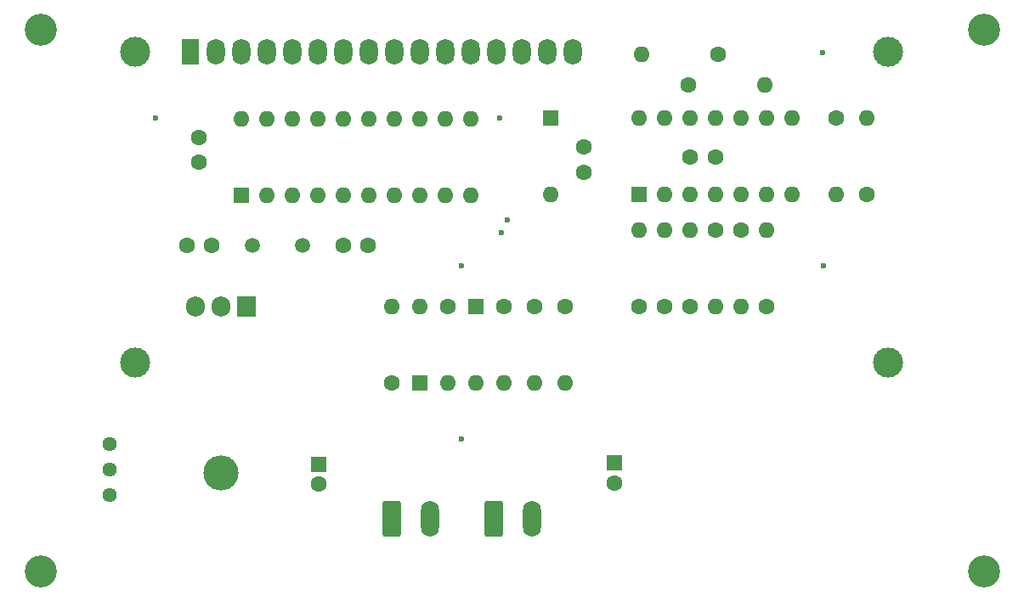
<source format=gts>
G04 #@! TF.GenerationSoftware,KiCad,Pcbnew,(6.0.9)*
G04 #@! TF.CreationDate,2022-11-22T09:13:48+09:00*
G04 #@! TF.ProjectId,RailcomDisplay,5261696c-636f-46d4-9469-73706c61792e,rev?*
G04 #@! TF.SameCoordinates,PX6021600PY87cda00*
G04 #@! TF.FileFunction,Soldermask,Top*
G04 #@! TF.FilePolarity,Negative*
%FSLAX46Y46*%
G04 Gerber Fmt 4.6, Leading zero omitted, Abs format (unit mm)*
G04 Created by KiCad (PCBNEW (6.0.9)) date 2022-11-22 09:13:48*
%MOMM*%
%LPD*%
G01*
G04 APERTURE LIST*
G04 Aperture macros list*
%AMRoundRect*
0 Rectangle with rounded corners*
0 $1 Rounding radius*
0 $2 $3 $4 $5 $6 $7 $8 $9 X,Y pos of 4 corners*
0 Add a 4 corners polygon primitive as box body*
4,1,4,$2,$3,$4,$5,$6,$7,$8,$9,$2,$3,0*
0 Add four circle primitives for the rounded corners*
1,1,$1+$1,$2,$3*
1,1,$1+$1,$4,$5*
1,1,$1+$1,$6,$7*
1,1,$1+$1,$8,$9*
0 Add four rect primitives between the rounded corners*
20,1,$1+$1,$2,$3,$4,$5,0*
20,1,$1+$1,$4,$5,$6,$7,0*
20,1,$1+$1,$6,$7,$8,$9,0*
20,1,$1+$1,$8,$9,$2,$3,0*%
G04 Aperture macros list end*
%ADD10C,3.200000*%
%ADD11C,1.600000*%
%ADD12R,1.600000X1.600000*%
%ADD13O,1.600000X1.600000*%
%ADD14RoundRect,0.250000X-0.650000X-1.550000X0.650000X-1.550000X0.650000X1.550000X-0.650000X1.550000X0*%
%ADD15O,1.800000X3.600000*%
%ADD16C,1.440000*%
%ADD17C,1.500000*%
%ADD18O,3.500000X3.500000*%
%ADD19R,1.905000X2.000000*%
%ADD20O,1.905000X2.000000*%
%ADD21C,3.000000*%
%ADD22R,1.800000X2.600000*%
%ADD23O,1.800000X2.600000*%
%ADD24C,0.600000*%
G04 APERTURE END LIST*
D10*
X3000000Y3000000D03*
X97000000Y3000000D03*
X97000000Y57000000D03*
X3000000Y57000000D03*
D11*
X18796000Y43815000D03*
X18796000Y46315000D03*
X70231000Y44323000D03*
X67731000Y44323000D03*
X33147000Y35560000D03*
X35647000Y35560000D03*
D12*
X62611000Y40640000D03*
D13*
X65151000Y40640000D03*
X67691000Y40640000D03*
X70231000Y40640000D03*
X72771000Y40640000D03*
X75311000Y40640000D03*
X77851000Y40640000D03*
X77851000Y48260000D03*
X75311000Y48260000D03*
X72771000Y48260000D03*
X70231000Y48260000D03*
X67691000Y48260000D03*
X65151000Y48260000D03*
X62611000Y48260000D03*
D14*
X37973000Y8255000D03*
D15*
X41783000Y8255000D03*
D14*
X48133000Y8255000D03*
D15*
X51943000Y8255000D03*
D16*
X9906000Y15748000D03*
X9906000Y13208000D03*
X9906000Y10668000D03*
D17*
X29083000Y35560000D03*
X24083000Y35560000D03*
D12*
X22987000Y40513000D03*
D13*
X25527000Y40513000D03*
X28067000Y40513000D03*
X30607000Y40513000D03*
X33147000Y40513000D03*
X35687000Y40513000D03*
X38227000Y40513000D03*
X40767000Y40513000D03*
X43307000Y40513000D03*
X45847000Y40513000D03*
X45847000Y48133000D03*
X43307000Y48133000D03*
X40767000Y48133000D03*
X38227000Y48133000D03*
X35687000Y48133000D03*
X33147000Y48133000D03*
X30607000Y48133000D03*
X28067000Y48133000D03*
X25527000Y48133000D03*
X22987000Y48133000D03*
D12*
X53848000Y48260000D03*
D13*
X53848000Y40640000D03*
D11*
X57150000Y45339000D03*
X57150000Y42839000D03*
D12*
X60198000Y13843000D03*
D11*
X60198000Y11843000D03*
X20066000Y35560000D03*
X17566000Y35560000D03*
D12*
X40767000Y21844000D03*
D13*
X40767000Y29464000D03*
D11*
X70485000Y54610000D03*
D13*
X62865000Y54610000D03*
D11*
X75311000Y29464000D03*
D13*
X75311000Y37084000D03*
D11*
X70231000Y37084000D03*
D13*
X70231000Y29464000D03*
D11*
X49149000Y29464000D03*
D13*
X49149000Y21844000D03*
D11*
X43561000Y29464000D03*
D13*
X43561000Y21844000D03*
D11*
X62611000Y29464000D03*
D13*
X62611000Y37084000D03*
D11*
X67564000Y51562000D03*
D13*
X75184000Y51562000D03*
D11*
X72771000Y37084000D03*
D13*
X72771000Y29464000D03*
D11*
X65151000Y29464000D03*
D13*
X65151000Y37084000D03*
D11*
X37973000Y21844000D03*
D13*
X37973000Y29464000D03*
D11*
X82296000Y48260000D03*
D13*
X82296000Y40640000D03*
D11*
X67691000Y29464000D03*
D13*
X67691000Y37084000D03*
D11*
X55245000Y29464000D03*
D13*
X55245000Y21844000D03*
D18*
X20955000Y12804000D03*
D19*
X23495000Y29464000D03*
D20*
X20955000Y29464000D03*
X18415000Y29464000D03*
D21*
X12407900Y54864000D03*
X87406480Y23863300D03*
X12407900Y23863300D03*
X87407000Y54864000D03*
D22*
X17907000Y54864000D03*
D23*
X20447000Y54864000D03*
X22987000Y54864000D03*
X25527000Y54864000D03*
X28067000Y54864000D03*
X30607000Y54864000D03*
X33147000Y54864000D03*
X35687000Y54864000D03*
X38227000Y54864000D03*
X40767000Y54864000D03*
X43307000Y54864000D03*
X45847000Y54864000D03*
X48387000Y54864000D03*
X50927000Y54864000D03*
X53467000Y54864000D03*
X56007000Y54864000D03*
D11*
X52197000Y29464000D03*
D13*
X52197000Y21844000D03*
D12*
X30734000Y13716000D03*
D11*
X30734000Y11716000D03*
X85344000Y40640000D03*
D13*
X85344000Y48260000D03*
D12*
X46355000Y29464000D03*
D13*
X46355000Y21844000D03*
D24*
X44958000Y16256000D03*
X81026000Y33528000D03*
X14478000Y48260000D03*
X80899000Y54737000D03*
X44958000Y33528000D03*
X48768000Y48260000D03*
X48895000Y36830000D03*
X49530000Y38100000D03*
M02*

</source>
